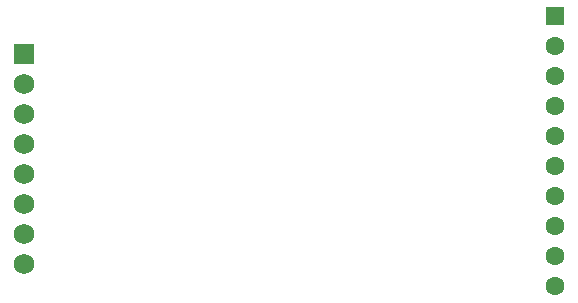
<source format=gbr>
%TF.GenerationSoftware,Altium Limited,Altium Designer,24.4.1 (13)*%
G04 Layer_Color=16711935*
%FSLAX45Y45*%
%MOMM*%
%TF.SameCoordinates,62A203F9-3C5A-4200-B48A-7B08D2958CDC*%
%TF.FilePolarity,Negative*%
%TF.FileFunction,Soldermask,Bot*%
%TF.Part,Single*%
G01*
G75*
%TA.AperFunction,ComponentPad*%
%ADD26C,1.60320*%
%ADD27R,1.60320X1.60320*%
%ADD28C,1.75320*%
%ADD29R,1.75320X1.75320*%
D26*
X16179800Y7239000D02*
D03*
Y7493000D02*
D03*
Y7747000D02*
D03*
Y8001000D02*
D03*
Y8255000D02*
D03*
Y8509000D02*
D03*
Y8763000D02*
D03*
Y9017000D02*
D03*
Y9271000D02*
D03*
D27*
Y9525000D02*
D03*
D28*
X11684000Y7429500D02*
D03*
Y7683500D02*
D03*
Y7937500D02*
D03*
Y8953500D02*
D03*
Y8699500D02*
D03*
Y8445500D02*
D03*
Y8191500D02*
D03*
D29*
Y9207500D02*
D03*
%TF.MD5,5f7699f30ad5922b7011094f6b30fca0*%
M02*

</source>
